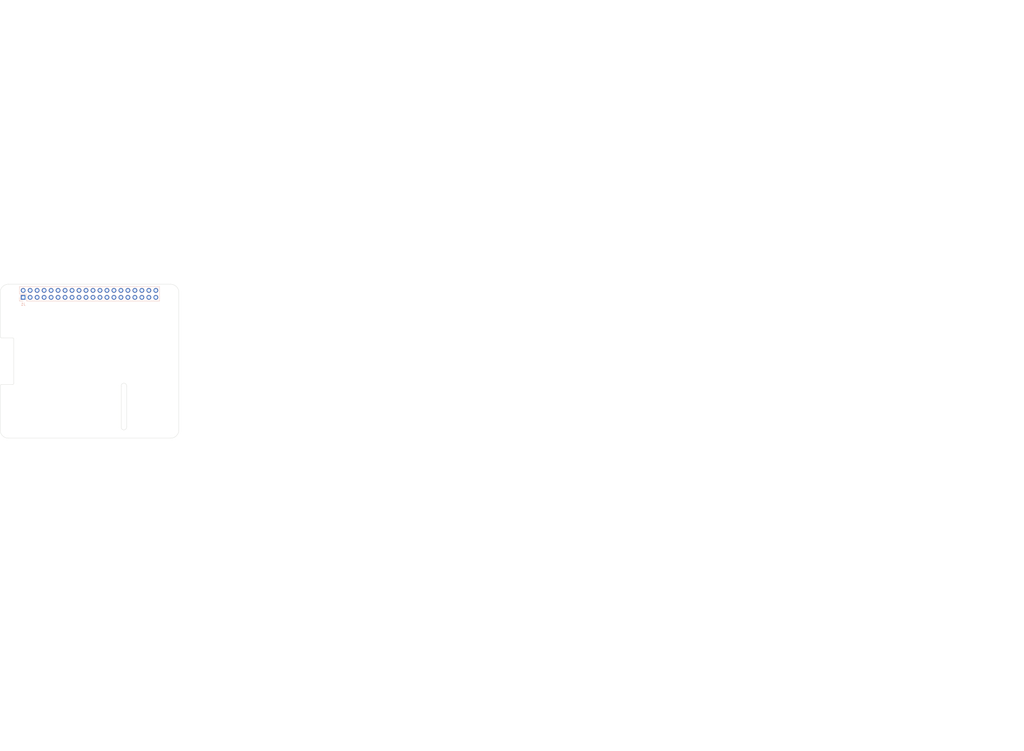
<source format=kicad_pcb>
(kicad_pcb (version 20240108) (generator "pcbnew") (generator_version "8.0")
  (title_block (title "Example Project") (date "15 nov 2012"))
  (layers (0 "F.Cu" signal) (31 "B.Cu" signal) (34 "B.Paste" user) (35 "F.Paste" user) (36 "B.SilkS" user "B.Silkscreen") (37 "F.SilkS" user "F.Silkscreen") (38 "B.Mask" user) (39 "F.Mask" user) (44 "Edge.Cuts" user))
  (net 0 "")
  (net 1 "GND")
  (net 2 "/GPIO2{slash}SDA1")
  (net 3 "/GPIO3{slash}SCL1")
  (net 4 "/GPIO4{slash}GPCLK0")
  (net 5 "/GPIO14{slash}TXD0")
  (net 6 "/GPIO15{slash}RXD0")
  (net 7 "/GPIO17")
  (net 8 "/GPIO18{slash}PCM.CLK")
  (net 9 "/GPIO27")
  (net 10 "/GPIO22")
  (net 11 "/GPIO23")
  (net 12 "/GPIO24")
  (net 13 "/GPIO10{slash}SPI0.MOSI")
  (net 14 "/GPIO9{slash}SPI0.MISO")
  (net 15 "/GPIO25")
  (net 16 "/GPIO11{slash}SPI0.SCLK")
  (net 17 "/GPIO8{slash}SPI0.CE0")
  (net 18 "/GPIO7{slash}SPI0.CE1")
  (net 19 "/ID_SDA")
  (net 20 "/ID_SCL")
  (net 21 "/GPIO5")
  (net 22 "/GPIO6")
  (net 23 "/GPIO12{slash}PWM0")
  (net 24 "/GPIO13{slash}PWM1")
  (net 25 "/GPIO19{slash}PCM.FS")
  (net 26 "/GPIO16")
  (net 27 "/GPIO26")
  (net 28 "/GPIO20{slash}PCM.DIN")
  (net 29 "/GPIO21{slash}PCM.DOUT")
  (net 30 "+5V")
  (net 31 "+3V3")
  (footprint "MountingHole:MountingHole_2.7mm_M2.5" (layer "F.Cu") (at 236 123)
    (property "Reference" "MH2" (hide yes))
    (property "Value" "MountingHole_2.7mm_M2.5" (hide yes))
    (pad "" np_thru_hole circle (at 0 0) (size 2.7 2.7) (drill 2.7) (layers "*.Cu" "*.Mask"))
  )
  (footprint "MountingHole:MountingHole_2.7mm_M2.5" (layer "F.Cu") (at 178 172)
    (property "Reference" "MH3" (hide yes))
    (property "Value" "MountingHole_2.7mm_M2.5" (hide yes))
    (pad "" np_thru_hole circle (at 0 0) (size 2.7 2.7) (drill 2.7) (layers "*.Cu" "*.Mask"))
  )
  (footprint "MountingHole:MountingHole_2.7mm_M2.5" (layer "F.Cu") (at 178 123)
    (property "Reference" "MH1" (hide yes))
    (property "Value" "MountingHole_2.7mm_M2.5" (hide yes))
    (pad "" np_thru_hole circle (at 0 0) (size 2.7 2.7) (drill 2.7) (layers "*.Cu" "*.Mask"))
  )
  (footprint "MountingHole:MountingHole_2.7mm_M2.5" (layer "F.Cu") (at 236 172)
    (property "Reference" "MH4" (hide yes))
    (property "Value" "MountingHole_2.7mm_M2.5" (hide yes))
    (pad "" np_thru_hole circle (at 0 0) (size 2.7 2.7) (drill 2.7) (layers "*.Cu" "*.Mask"))
  )
  (footprint "Connector_PinSocket_2.54mm:PinSocket_2x20_P2.54mm_Vertical" (layer "B.Cu") (at 182.87 124.27 -90)
    (property "Reference" "J1" (at 2.5 0 0) (layer "B.SilkS") (effects (justify mirror)))
    (property "Value" "GPIO")
    (fp_line (start -3.87 1.33) (end -1.27 1.33) (stroke (width 0.12)) (layer "B.SilkS"))
    (fp_line (start -3.87 1.33) (end -3.87 -49.59) (stroke (width 0.12)) (layer "B.SilkS"))
    (fp_line (start -1.27 1.33) (end -1.27 -1.27) (stroke (width 0.12)) (layer "B.SilkS"))
    (fp_line (start 0 1.33) (end 1.33 1.33) (stroke (width 0.12)) (layer "B.SilkS"))
    (fp_line (start 1.33 1.33) (end 1.33 0) (stroke (width 0.12)) (layer "B.SilkS"))
    (fp_line (start -1.27 -1.27) (end 1.33 -1.27) (stroke (width 0.12)) (layer "B.SilkS"))
    (fp_line (start 1.33 -1.27) (end 1.33 -49.59) (stroke (width 0.12)) (layer "B.SilkS"))
    (fp_line (start -3.87 -49.59) (end 1.33 -49.59) (stroke (width 0.12)) (layer "B.SilkS"))
    (pad "1" thru_hole rect (at 0 0 270) (size 1.7 1.7) (drill 1) (layers "*.Cu" "*.Mask") (net 31 "+3V3"))
    (pad "2" thru_hole oval (at -2.54 0 270) (size 1.7 1.7) (drill 1) (layers "*.Cu" "*.Mask") (net 30 "+5V"))
    (pad "3" thru_hole oval (at 0 -2.54 270) (size 1.7 1.7) (drill 1) (layers "*.Cu" "*.Mask") (net 2 "/GPIO2{slash}SDA1"))
    (pad "4" thru_hole oval (at -2.54 -2.54 270) (size 1.7 1.7) (drill 1) (layers "*.Cu" "*.Mask") (net 30 "+5V"))
    (pad "5" thru_hole oval (at 0 -5.08 270) (size 1.7 1.7) (drill 1) (layers "*.Cu" "*.Mask") (net 3 "/GPIO3{slash}SCL1"))
    (pad "6" thru_hole oval (at -2.54 -5.08 270) (size 1.7 1.7) (drill 1) (layers "*.Cu" "*.Mask") (net 1 "GND"))
    (pad "7" thru_hole oval (at 0 -7.62 270) (size 1.7 1.7) (drill 1) (layers "*.Cu" "*.Mask") (net 4 "/GPIO4{slash}GPCLK0"))
    (pad "8" thru_hole oval (at -2.54 -7.62 270) (size 1.7 1.7) (drill 1) (layers "*.Cu" "*.Mask") (net 5 "/GPIO14{slash}TXD0"))
    (pad "9" thru_hole oval (at 0 -10.16 270) (size 1.7 1.7) (drill 1) (layers "*.Cu" "*.Mask") (net 1 "GND"))
    (pad "10" thru_hole oval (at -2.54 -10.16 270) (size 1.7 1.7) (drill 1) (layers "*.Cu" "*.Mask") (net 6 "/GPIO15{slash}RXD0"))
    (pad "11" thru_hole oval (at 0 -12.7 270) (size 1.7 1.7) (drill 1) (layers "*.Cu" "*.Mask") (net 7 "/GPIO17"))
    (pad "12" thru_hole oval (at -2.54 -12.7 270) (size 1.7 1.7) (drill 1) (layers "*.Cu" "*.Mask") (net 8 "/GPIO18{slash}PCM.CLK"))
    (pad "13" thru_hole oval (at 0 -15.24 270) (size 1.7 1.7) (drill 1) (layers "*.Cu" "*.Mask") (net 9 "/GPIO27"))
    (pad "14" thru_hole oval (at -2.54 -15.24 270) (size 1.7 1.7) (drill 1) (layers "*.Cu" "*.Mask") (net 1 "GND"))
    (pad "15" thru_hole oval (at 0 -17.78 270) (size 1.7 1.7) (drill 1) (layers "*.Cu" "*.Mask") (net 10 "/GPIO22"))
    (pad "16" thru_hole oval (at -2.54 -17.78 270) (size 1.7 1.7) (drill 1) (layers "*.Cu" "*.Mask") (net 11 "/GPIO23"))
    (pad "17" thru_hole oval (at 0 -20.32 270) (size 1.7 1.7) (drill 1) (layers "*.Cu" "*.Mask") (net 31 "+3V3"))
    (pad "18" thru_hole oval (at -2.54 -20.32 270) (size 1.7 1.7) (drill 1) (layers "*.Cu" "*.Mask") (net 12 "/GPIO24"))
    (pad "19" thru_hole oval (at 0 -22.86 270) (size 1.7 1.7) (drill 1) (layers "*.Cu" "*.Mask") (net 13 "/GPIO10{slash}SPI0.MOSI"))
    (pad "20" thru_hole oval (at -2.54 -22.86 270) (size 1.7 1.7) (drill 1) (layers "*.Cu" "*.Mask") (net 1 "GND"))
    (pad "21" thru_hole oval (at 0 -25.4 270) (size 1.7 1.7) (drill 1) (layers "*.Cu" "*.Mask") (net 14 "/GPIO9{slash}SPI0.MISO"))
    (pad "22" thru_hole oval (at -2.54 -25.4 270) (size 1.7 1.7) (drill 1) (layers "*.Cu" "*.Mask") (net 15 "/GPIO25"))
    (pad "23" thru_hole oval (at 0 -27.94 270) (size 1.7 1.7) (drill 1) (layers "*.Cu" "*.Mask") (net 16 "/GPIO11{slash}SPI0.SCLK"))
    (pad "24" thru_hole oval (at -2.54 -27.94 270) (size 1.7 1.7) (drill 1) (layers "*.Cu" "*.Mask") (net 17 "/GPIO8{slash}SPI0.CE0"))
    (pad "25" thru_hole oval (at 0 -30.48 270) (size 1.7 1.7) (drill 1) (layers "*.Cu" "*.Mask") (net 1 "GND"))
    (pad "26" thru_hole oval (at -2.54 -30.48 270) (size 1.7 1.7) (drill 1) (layers "*.Cu" "*.Mask") (net 18 "/GPIO7{slash}SPI0.CE1"))
    (pad "27" thru_hole oval (at 0 -33.02 270) (size 1.7 1.7) (drill 1) (layers "*.Cu" "*.Mask") (net 19 "/ID_SDA"))
    (pad "28" thru_hole oval (at -2.54 -33.02 270) (size 1.7 1.7) (drill 1) (layers "*.Cu" "*.Mask") (net 20 "/ID_SCL"))
    (pad "29" thru_hole oval (at 0 -35.56 270) (size 1.7 1.7) (drill 1) (layers "*.Cu" "*.Mask") (net 21 "/GPIO5"))
    (pad "30" thru_hole oval (at -2.54 -35.56 270) (size 1.7 1.7) (drill 1) (layers "*.Cu" "*.Mask") (net 1 "GND"))
    (pad "31" thru_hole oval (at 0 -38.1 270) (size 1.7 1.7) (drill 1) (layers "*.Cu" "*.Mask") (net 22 "/GPIO6"))
    (pad "32" thru_hole oval (at -2.54 -38.1 270) (size 1.7 1.7) (drill 1) (layers "*.Cu" "*.Mask") (net 23 "/GPIO12{slash}PWM0"))
    (pad "33" thru_hole oval (at 0 -40.64 270) (size 1.7 1.7) (drill 1) (layers "*.Cu" "*.Mask") (net 24 "/GPIO13{slash}PWM1"))
    (pad "34" thru_hole oval (at -2.54 -40.64 270) (size 1.7 1.7) (drill 1) (layers "*.Cu" "*.Mask") (net 1 "GND"))
    (pad "35" thru_hole oval (at 0 -43.18 270) (size 1.7 1.7) (drill 1) (layers "*.Cu" "*.Mask") (net 25 "/GPIO19{slash}PCM.FS"))
    (pad "36" thru_hole oval (at -2.54 -43.18 270) (size 1.7 1.7) (drill 1) (layers "*.Cu" "*.Mask") (net 26 "/GPIO16"))
    (pad "37" thru_hole oval (at 0 -45.72 270) (size 1.7 1.7) (drill 1) (layers "*.Cu" "*.Mask") (net 27 "/GPIO26"))
    (pad "38" thru_hole oval (at -2.54 -45.72 270) (size 1.7 1.7) (drill 1) (layers "*.Cu" "*.Mask") (net 28 "/GPIO20{slash}PCM.DIN"))
    (pad "39" thru_hole oval (at 0 -48.26 270) (size 1.7 1.7) (drill 1) (layers "*.Cu" "*.Mask") (net 1 "GND"))
    (pad "40" thru_hole oval (at -2.54 -48.26 270) (size 1.7 1.7) (drill 1) (layers "*.Cu" "*.Mask") (net 29 "/GPIO21{slash}PCM.DOUT"))
  )
  (gr_arc (start 175 139) (mid 174.646447 138.853553) (end 174.5 138.5) (stroke (width 0.1)) (layer "Edge.Cuts"))
  (gr_arc (start 236.5 119.5) (mid 238.62132 120.37868) (end 239.5 122.5) (stroke (width 0.1)) (layer "Edge.Cuts"))
  (gr_line (start 239.5 172.5) (end 239.5 122.5) (stroke (width 0.1)) (layer "Edge.Cuts"))
  (gr_line (start 174.5 122.5) (end 174.5 138.5) (stroke (width 0.1)) (layer "Edge.Cuts"))
  (gr_line (start 220.5 156.5) (end 220.5 171.5) (stroke (width 0.1)) (layer "Edge.Cuts"))
  (gr_line (start 218.5 171.5) (end 218.5 156.5) (stroke (width 0.1)) (layer "Edge.Cuts"))
  (gr_arc (start 177.5 175.5) (mid 175.37868 174.62132) (end 174.5 172.5) (stroke (width 0.1)) (layer "Edge.Cuts"))
  (gr_line (start 177.5 175.5) (end 236.5 175.5) (stroke (width 0.1)) (layer "Edge.Cuts"))
  (gr_line (start 179 156) (end 175 156) (stroke (width 0.1)) (layer "Edge.Cuts"))
  (gr_arc (start 218.5 156.5) (mid 219.5 155.5) (end 220.5 156.5) (stroke (width 0.1)) (layer "Edge.Cuts"))
  (gr_arc (start 174.5 156.5) (mid 174.646138 156.146755) (end 174.999127 156.000001) (stroke (width 0.1)) (layer "Edge.Cuts"))
  (gr_arc (start 239.5 172.5) (mid 238.62132 174.62132) (end 236.5 175.5) (stroke (width 0.1)) (layer "Edge.Cuts"))
  (gr_line (start 179.5 139.5) (end 179.5 155.5) (stroke (width 0.1)) (layer "Edge.Cuts"))
  (gr_arc (start 174.5 122.5) (mid 175.37868 120.37868) (end 177.5 119.5) (stroke (width 0.1)) (layer "Edge.Cuts"))
  (gr_arc (start 220.5 171.5) (mid 219.5 172.5) (end 218.5 171.5) (stroke (width 0.1)) (layer "Edge.Cuts"))
  (gr_line (start 174.5 156.5) (end 174.5 172.5) (stroke (width 0.1)) (layer "Edge.Cuts"))
  (gr_line (start 175 139) (end 179 139) (stroke (width 0.1)) (layer "Edge.Cuts"))
  (gr_arc (start 179.5 155.5) (mid 179.353553 155.853553) (end 179 156) (stroke (width 0.1)) (layer "Edge.Cuts"))
  (gr_arc (start 179 139) (mid 179.353553 139.146447) (end 179.5 139.5) (stroke (width 0.1)) (layer "Edge.Cuts"))
  (gr_line (start 236.5 119.5) (end 177.5 119.5) (stroke (width 0.1)) (layer "Edge.Cuts"))
)
</source>
